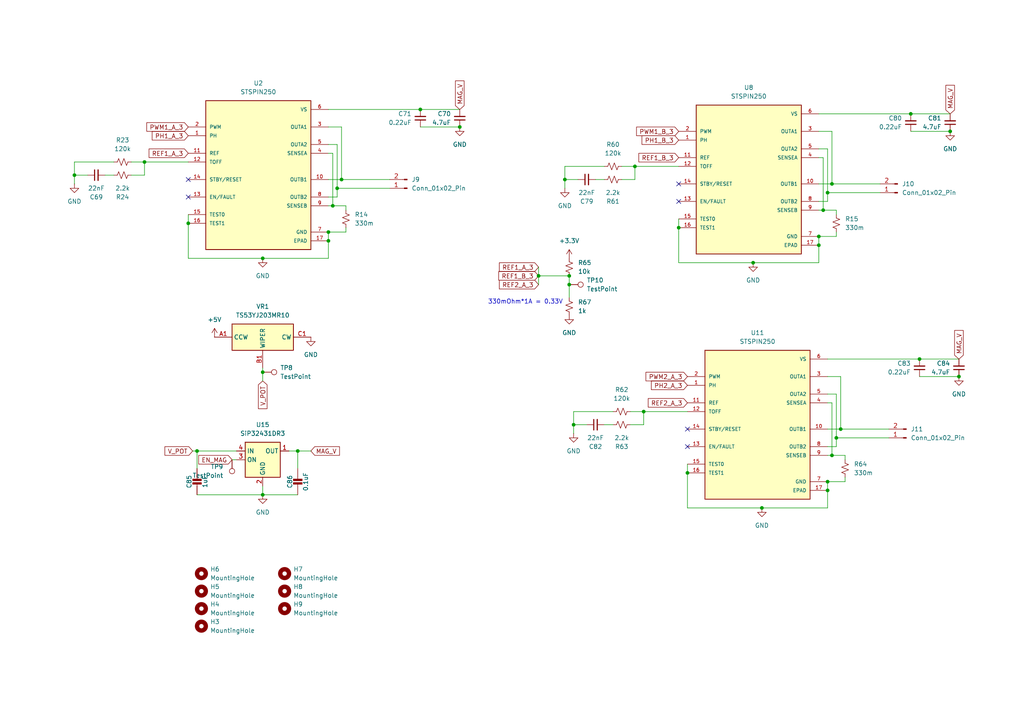
<source format=kicad_sch>
(kicad_sch (version 20250114) (generator "eeschema") (generator_version "9.0")
  (paper "A4")
  (title_block (title "Payload Board for Pleiades Atlas") (rev "v0.2") (company "Northeastern University") (comment 1 "Designed by Madhav Kapa"))
  (lib_symbols
    (symbol "Adafruit ItsyBitsy RP2040-eagle-import:CAP_CERAMIC_0402NO"
      (property "Reference" "C" (at -2.29 1.25 90))
      (property "Value" "CAP_CERAMIC_0402NO" (at 2.3 1.25 90))
      (symbol "CAP_CERAMIC_0402NO_1_0"
        (rectangle (start -1.27 1.524) (end 1.27 2.032) (fill (type outline)))
        (rectangle (start -1.27 0.508) (end 1.27 1.016) (fill (type outline)))
        (polyline (pts (xy 0 2.54) (xy 0 1.778)) (stroke (width 0.1524)))
        (polyline (pts (xy 0 0.762) (xy 0 0)) (stroke (width 0.1524)))
        (pin passive line (at 0 5.08 270) (length 2.54) (name "1") (number "1"))
        (pin passive line (at 0 -2.54 90) (length 2.54) (name "2") (number "2"))
      )
    )
    (symbol "Connector:Conn_01x02_Pin" (pin_names (offset 1.016) (hide yes))
      (property "Reference" "J" (at 0 2.54 0))
      (property "Value" "Conn_01x02_Pin" (at 0 -5.08 0))
      (symbol "Conn_01x02_Pin_1_1"
        (rectangle (start 0.8636 0.127) (end 0 -0.127) (stroke (width 0.1524)) (fill (type outline)))
        (rectangle (start 0.8636 -2.413) (end 0 -2.667) (stroke (width 0.1524)) (fill (type outline)))
        (polyline (pts (xy 1.27 0) (xy 0.8636 0)) (stroke (width 0.1524)))
        (polyline (pts (xy 1.27 -2.54) (xy 0.8636 -2.54)) (stroke (width 0.1524)))
        (pin passive line (at 5.08 0 180) (length 3.81) (name "Pin_1") (number "1"))
        (pin passive line (at 5.08 -2.54 180) (length 3.81) (name "Pin_2") (number "2"))
      )
    )
    (symbol "Connector:TestPoint" (pin_numbers (hide yes)) (pin_names (offset 0.762) (hide yes))
      (property "Reference" "TP" (at 0 6.858 0))
      (property "Value" "TestPoint" (at 0 5.08 0))
      (symbol "TestPoint_0_1"
        (circle (center 0 3.302) (radius 0.762))
      )
      (symbol "TestPoint_1_1"
        (pin passive line (at 0 0 90) (length 2.54) (name "1") (number "1"))
      )
    )
    (symbol "Device:C_Small" (pin_numbers (hide yes)) (pin_names (offset 0.254) (hide yes))
      (property "Reference" "C" (at 0.254 1.778 0))
      (property "Value" "C_Small" (at 0.254 -2.032 0))
      (symbol "C_Small_0_1"
        (polyline (pts (xy -1.524 0.508) (xy 1.524 0.508)) (stroke (width 0.3048)))
        (polyline (pts (xy -1.524 -0.508) (xy 1.524 -0.508)) (stroke (width 0.3302)))
      )
      (symbol "C_Small_1_1"
        (pin passive line (at 0 2.54 270) (length 2.032) (name "~") (number "1"))
        (pin passive line (at 0 -2.54 90) (length 2.032) (name "~") (number "2"))
      )
    )
    (symbol "Device:R_Small_US" (pin_numbers (hide yes)) (pin_names (offset 0.254) (hide yes))
      (property "Reference" "R" (at 0.762 0.508 0))
      (property "Value" "R_Small_US" (at 0.762 -1.016 0))
      (symbol "R_Small_US_1_1"
        (polyline (pts (xy 0 1.524) (xy 1.016 1.143) (xy 0 0.762) (xy -1.016 0.381) (xy 0 0)))
        (polyline (pts (xy 0 0) (xy 1.016 -0.381) (xy 0 -0.762) (xy -1.016 -1.143) (xy 0 -1.524)))
        (pin passive line (at 0 2.54 270) (length 1.016) (name "~") (number "1"))
        (pin passive line (at 0 -2.54 90) (length 1.016) (name "~") (number "2"))
      )
    )
    (symbol "Mechanical:MountingHole" (pin_names (offset 1.016)) (exclude_from_sim yes) (in_bom no)
      (property "Reference" "H" (at 0 5.08 0))
      (property "Value" "MountingHole" (at 0 3.175 0))
      (symbol "MountingHole_0_1"
        (circle (center 0 0) (radius 1.27) (stroke (width 1.27)))
      )
    )
    (symbol "Power_Management:SiP32431DR3"
      (property "Reference" "U" (at 0 8.89 0))
      (property "Value" "SiP32431DR3" (at 0 6.35 0))
      (symbol "SiP32431DR3_0_1"
        (rectangle (start -5.08 5.08) (end 5.08 -5.08) (stroke (width 0.254)) (fill (type background)))
      )
      (symbol "SiP32431DR3_1_1"
        (pin passive line (at -7.62 2.54 0) (length 2.54) (name "IN") (number "4"))
        (pin input line (at -7.62 0 0) (length 2.54) (name "ON") (number "3"))
        (pin power_in line (at 0 -7.62 90) (length 2.54) (name "GND") (number "2"))
        (pin passive line (at 0 -7.62 90) (length 2.54) (hide yes) (name "GND") (number "5"))
        (pin no_connect line (at 5.08 0 180) (length 2.54) (hide yes) (name "NC") (number "6"))
        (pin passive line (at 7.62 2.54 180) (length 2.54) (name "OUT") (number "1"))
      )
    )
    (symbol "STSPIN250:STSPIN250" (pin_names (offset 1.016))
      (property "Reference" "U" (at -15.24 21.59 0))
      (property "Value" "STSPIN250" (at -15.24 -25.4 0))
      (symbol "STSPIN250_0_0"
        (rectangle (start -15.24 -22.86) (end 15.24 20.32) (stroke (width 0.254)) (fill (type background)))
        (pin input line (at -20.32 12.7 0) (length 5.08) (name "PWM") (number "2"))
        (pin input line (at -20.32 10.16 0) (length 5.08) (name "PH") (number "1"))
        (pin input line (at -20.32 5.08 0) (length 5.08) (name "REF") (number "11"))
        (pin input line (at -20.32 2.54 0) (length 5.08) (name "TOFF") (number "12"))
        (pin input line (at -20.32 -2.54 0) (length 5.08) (name "STBY/RESET") (number "14"))
        (pin bidirectional line (at -20.32 -7.62 0) (length 5.08) (name "EN/FAULT") (number "13"))
        (pin passive line (at -20.32 -12.7 0) (length 5.08) (name "TEST0") (number "15"))
        (pin passive line (at -20.32 -15.24 0) (length 5.08) (name "TEST1") (number "16"))
        (pin power_in line (at 20.32 17.78 180) (length 5.08) (name "VS") (number "6"))
        (pin output line (at 20.32 12.7 180) (length 5.08) (name "OUTA1") (number "3"))
        (pin output line (at 20.32 7.62 180) (length 5.08) (name "OUTA2") (number "5"))
        (pin output line (at 20.32 5.08 180) (length 5.08) (name "SENSEA") (number "4"))
        (pin output line (at 20.32 -2.54 180) (length 5.08) (name "OUTB1") (number "10"))
        (pin output line (at 20.32 -7.62 180) (length 5.08) (name "OUTB2") (number "8"))
        (pin output line (at 20.32 -10.16 180) (length 5.08) (name "SENSEB") (number "9"))
        (pin power_in line (at 20.32 -17.78 180) (length 5.08) (name "GND") (number "7"))
        (pin power_in line (at 20.32 -20.32 180) (length 5.08) (name "EPAD") (number "17"))
      )
    )
    (symbol "TS53YJ203MR10:TS53YJ203MR10"
      (property "Reference" "VR1" (at 13.97 7.62 0))
      (property "Value" "TS53YJ203MR10" (at 13.97 5.08 0))
      (symbol "TS53YJ203MR10_1_1"
        (rectangle (start 5.08 2.54) (end 22.86 -5.08) (stroke (width 0.254)) (fill (type background)))
        (pin passive line (at 0 -1.27 0) (length 5.08) (name "CCW") (number "A1"))
        (pin passive line (at 13.97 -10.16 90) (length 5.08) (name "WIPER") (number "B1"))
        (pin passive line (at 27.94 -1.27 180) (length 5.08) (name "CW") (number "C1"))
      )
    )
    (symbol "power:+3.3V" (power) (pin_numbers (hide yes)) (pin_names (offset 0) (hide yes))
      (property "Value" "+3.3V" (at 0 3.556 0))
      (symbol "+3.3V_0_1"
        (polyline (pts (xy -0.762 1.27) (xy 0 2.54)))
        (polyline (pts (xy 0 2.54) (xy 0.762 1.27)))
        (polyline (pts (xy 0 0) (xy 0 2.54)))
      )
      (symbol "+3.3V_1_1"
        (pin power_in line (at 0 0 90) (length 0) (name "~") (number "1"))
      )
    )
    (symbol "power:+5V" (power) (pin_numbers (hide yes)) (pin_names (offset 0) (hide yes))
      (property "Value" "+5V" (at 0 3.556 0))
      (symbol "+5V_0_1"
        (polyline (pts (xy -0.762 1.27) (xy 0 2.54)))
        (polyline (pts (xy 0 2.54) (xy 0.762 1.27)))
        (polyline (pts (xy 0 0) (xy 0 2.54)))
      )
      (symbol "+5V_1_1"
        (pin power_in line (at 0 0 90) (length 0) (name "~") (number "1"))
      )
    )
    (symbol "power:GND" (power) (pin_numbers (hide yes)) (pin_names (offset 0) (hide yes))
      (property "Value" "GND" (at 0 -3.81 0))
      (symbol "GND_0_1"
        (polyline (pts (xy 0 0) (xy 0 -1.27) (xy 1.27 -1.27) (xy 0 -2.54) (xy -1.27 -1.27) (xy 0 -1.27)))
      )
      (symbol "GND_1_1"
        (pin power_in line (at 0 0 270) (length 0) (name "~") (number "1"))
      )
    )
  )
  (text "330mOhm*1A = 0.33V\n" (at 152.4 87.63 0) (effects (font (size 1.27 1.27))))
  (junction (at 165.1 80.01))
  (junction (at 57.15 130.81))
  (junction (at 86.36 130.81))
  (junction (at 156.21 80.01))
  (junction (at 76.2 74.93))
  (junction (at 278.13 109.22))
  (junction (at 237.49 68.58))
  (junction (at 186.69 119.38))
  (junction (at 121.92 31.75))
  (junction (at 95.25 69.85))
  (junction (at 184.15 48.26))
  (junction (at 96.52 59.69))
  (junction (at 196.85 66.04))
  (junction (at 237.49 71.12))
  (junction (at 275.59 38.1))
  (junction (at 241.3 132.08))
  (junction (at 241.3 53.34))
  (junction (at 76.2 107.95))
  (junction (at 243.84 124.46))
  (junction (at 242.57 127))
  (junction (at 238.76 60.96))
  (junction (at 163.83 52.07))
  (junction (at 54.61 64.77))
  (junction (at 99.06 52.07))
  (junction (at 264.16 33.02))
  (junction (at 97.79 54.61))
  (junction (at 95.25 67.31))
  (junction (at 166.37 123.19))
  (junction (at 240.03 139.7))
  (junction (at 220.98 147.32))
  (junction (at 266.7 104.14))
  (junction (at 165.1 82.55))
  (junction (at 133.35 36.83))
  (junction (at 218.44 76.2))
  (junction (at 240.03 55.88))
  (junction (at 76.2 143.51))
  (junction (at 41.91 46.99))
  (junction (at 240.03 142.24))
  (junction (at 199.39 137.16))
  (junction (at 21.59 50.8))
  (no_connect (at 199.39 129.54))
  (no_connect (at 54.61 57.15))
  (no_connect (at 196.85 58.42))
  (no_connect (at 199.39 124.46))
  (no_connect (at 54.61 52.07))
  (no_connect (at 196.85 53.34))
  (wire (pts (xy 180.34 52.07) (xy 184.15 52.07)))
  (wire (pts (xy 163.83 52.07) (xy 167.64 52.07)))
  (wire (pts (xy 163.83 48.26) (xy 175.26 48.26)))
  (wire (pts (xy 237.49 60.96) (xy 238.76 60.96)))
  (wire (pts (xy 243.84 124.46) (xy 257.81 124.46)))
  (wire (pts (xy 99.06 36.83) (xy 95.25 36.83)))
  (wire (pts (xy 241.3 53.34) (xy 255.27 53.34)))
  (wire (pts (xy 172.72 52.07) (xy 175.26 52.07)))
  (wire (pts (xy 184.15 52.07) (xy 184.15 48.26)))
  (wire (pts (xy 99.06 52.07) (xy 113.03 52.07)))
  (wire (pts (xy 95.25 41.91) (xy 97.79 41.91)))
  (wire (pts (xy 166.37 125.73) (xy 166.37 123.19)))
  (wire (pts (xy 166.37 119.38) (xy 177.8 119.38)))
  (wire (pts (xy 199.39 147.32) (xy 220.98 147.32)))
  (wire (pts (xy 95.25 74.93) (xy 95.25 69.85)))
  (wire (pts (xy 242.57 68.58) (xy 237.49 68.58)))
  (wire (pts (xy 55.88 130.81) (xy 57.15 130.81)))
  (wire (pts (xy 175.26 123.19) (xy 177.8 123.19)))
  (wire (pts (xy 133.35 36.83) (xy 121.92 36.83)))
  (wire (pts (xy 76.2 107.95) (xy 76.2 106.68)))
  (wire (pts (xy 21.59 46.99) (xy 33.02 46.99)))
  (wire (pts (xy 97.79 57.15) (xy 95.25 57.15)))
  (wire (pts (xy 156.21 77.47) (xy 156.21 80.01)))
  (wire (pts (xy 54.61 74.93) (xy 76.2 74.93)))
  (wire (pts (xy 100.33 59.69) (xy 100.33 60.96)))
  (wire (pts (xy 240.03 132.08) (xy 241.3 132.08)))
  (wire (pts (xy 237.49 76.2) (xy 237.49 71.12)))
  (wire (pts (xy 99.06 52.07) (xy 99.06 36.83)))
  (wire (pts (xy 76.2 110.49) (xy 76.2 107.95)))
  (wire (pts (xy 97.79 54.61) (xy 113.03 54.61)))
  (wire (pts (xy 243.84 109.22) (xy 240.03 109.22)))
  (wire (pts (xy 241.3 116.84) (xy 240.03 116.84)))
  (wire (pts (xy 240.03 55.88) (xy 255.27 55.88)))
  (wire (pts (xy 242.57 114.3) (xy 242.57 127)))
  (wire (pts (xy 67.31 133.35) (xy 68.58 133.35)))
  (wire (pts (xy 237.49 33.02) (xy 264.16 33.02)))
  (wire (pts (xy 196.85 66.04) (xy 196.85 76.2)))
  (wire (pts (xy 41.91 50.8) (xy 41.91 46.99)))
  (wire (pts (xy 184.15 48.26) (xy 196.85 48.26)))
  (wire (pts (xy 86.36 130.81) (xy 83.82 130.81)))
  (wire (pts (xy 240.03 104.14) (xy 266.7 104.14)))
  (wire (pts (xy 163.83 48.26) (xy 163.83 52.07)))
  (wire (pts (xy 241.3 132.08) (xy 241.3 116.84)))
  (wire (pts (xy 30.48 50.8) (xy 33.02 50.8)))
  (wire (pts (xy 100.33 59.69) (xy 96.52 59.69)))
  (wire (pts (xy 240.03 124.46) (xy 243.84 124.46)))
  (wire (pts (xy 97.79 54.61) (xy 97.79 57.15)))
  (wire (pts (xy 245.11 132.08) (xy 245.11 133.35)))
  (wire (pts (xy 240.03 147.32) (xy 240.03 142.24)))
  (wire (pts (xy 96.52 44.45) (xy 95.25 44.45)))
  (wire (pts (xy 241.3 53.34) (xy 241.3 38.1)))
  (wire (pts (xy 243.84 124.46) (xy 243.84 109.22)))
  (wire (pts (xy 57.15 143.51) (xy 76.2 143.51)))
  (wire (pts (xy 76.2 143.51) (xy 76.2 140.97)))
  (wire (pts (xy 156.21 80.01) (xy 156.21 82.55)))
  (wire (pts (xy 245.11 139.7) (xy 240.03 139.7)))
  (wire (pts (xy 86.36 135.89) (xy 86.36 130.81)))
  (wire (pts (xy 237.49 43.18) (xy 240.03 43.18)))
  (wire (pts (xy 278.13 109.22) (xy 266.7 109.22)))
  (wire (pts (xy 242.57 127) (xy 242.57 129.54)))
  (wire (pts (xy 196.85 63.5) (xy 196.85 66.04)))
  (wire (pts (xy 196.85 76.2) (xy 218.44 76.2)))
  (wire (pts (xy 182.88 119.38) (xy 186.69 119.38)))
  (wire (pts (xy 54.61 64.77) (xy 54.61 74.93)))
  (wire (pts (xy 199.39 134.62) (xy 199.39 137.16)))
  (wire (pts (xy 238.76 60.96) (xy 238.76 45.72)))
  (wire (pts (xy 218.44 76.2) (xy 237.49 76.2)))
  (wire (pts (xy 240.03 58.42) (xy 237.49 58.42)))
  (wire (pts (xy 242.57 60.96) (xy 238.76 60.96)))
  (wire (pts (xy 245.11 132.08) (xy 241.3 132.08)))
  (wire (pts (xy 182.88 123.19) (xy 186.69 123.19)))
  (wire (pts (xy 240.03 55.88) (xy 240.03 58.42)))
  (wire (pts (xy 21.59 50.8) (xy 25.4 50.8)))
  (wire (pts (xy 275.59 38.1) (xy 264.16 38.1)))
  (wire (pts (xy 21.59 46.99) (xy 21.59 50.8)))
  (wire (pts (xy 163.83 54.61) (xy 163.83 52.07)))
  (wire (pts (xy 133.35 31.75) (xy 121.92 31.75)))
  (wire (pts (xy 186.69 123.19) (xy 186.69 119.38)))
  (wire (pts (xy 76.2 143.51) (xy 86.36 143.51)))
  (wire (pts (xy 57.15 130.81) (xy 68.58 130.81)))
  (wire (pts (xy 237.49 71.12) (xy 237.49 68.58)))
  (wire (pts (xy 21.59 53.34) (xy 21.59 50.8)))
  (wire (pts (xy 95.25 31.75) (xy 121.92 31.75)))
  (wire (pts (xy 180.34 48.26) (xy 184.15 48.26)))
  (wire (pts (xy 166.37 119.38) (xy 166.37 123.19)))
  (wire (pts (xy 100.33 67.31) (xy 95.25 67.31)))
  (wire (pts (xy 54.61 62.23) (xy 54.61 64.77)))
  (wire (pts (xy 199.39 137.16) (xy 199.39 147.32)))
  (wire (pts (xy 238.76 45.72) (xy 237.49 45.72)))
  (wire (pts (xy 38.1 46.99) (xy 41.91 46.99)))
  (wire (pts (xy 186.69 119.38) (xy 199.39 119.38)))
  (wire (pts (xy 95.25 52.07) (xy 99.06 52.07)))
  (wire (pts (xy 100.33 66.04) (xy 100.33 67.31)))
  (wire (pts (xy 97.79 41.91) (xy 97.79 54.61)))
  (wire (pts (xy 95.25 69.85) (xy 95.25 67.31)))
  (wire (pts (xy 57.15 135.89) (xy 57.15 130.81)))
  (wire (pts (xy 242.57 129.54) (xy 240.03 129.54)))
  (wire (pts (xy 90.17 130.81) (xy 86.36 130.81)))
  (wire (pts (xy 275.59 33.02) (xy 264.16 33.02)))
  (wire (pts (xy 278.13 104.14) (xy 266.7 104.14)))
  (wire (pts (xy 240.03 142.24) (xy 240.03 139.7)))
  (wire (pts (xy 242.57 127) (xy 257.81 127)))
  (wire (pts (xy 166.37 123.19) (xy 170.18 123.19)))
  (wire (pts (xy 41.91 46.99) (xy 54.61 46.99)))
  (wire (pts (xy 240.03 114.3) (xy 242.57 114.3)))
  (wire (pts (xy 237.49 53.34) (xy 241.3 53.34)))
  (wire (pts (xy 220.98 147.32) (xy 240.03 147.32)))
  (wire (pts (xy 156.21 80.01) (xy 165.1 80.01)))
  (wire (pts (xy 38.1 50.8) (xy 41.91 50.8)))
  (wire (pts (xy 241.3 38.1) (xy 237.49 38.1)))
  (wire (pts (xy 96.52 59.69) (xy 96.52 44.45)))
  (wire (pts (xy 76.2 74.93) (xy 95.25 74.93)))
  (wire (pts (xy 242.57 60.96) (xy 242.57 62.23)))
  (wire (pts (xy 165.1 86.36) (xy 165.1 82.55)))
  (wire (pts (xy 242.57 67.31) (xy 242.57 68.58)))
  (wire (pts (xy 240.03 43.18) (xy 240.03 55.88)))
  (wire (pts (xy 95.25 59.69) (xy 96.52 59.69)))
  (wire (pts (xy 245.11 138.43) (xy 245.11 139.7)))
  (wire (pts (xy 165.1 82.55) (xy 165.1 80.01)))
  (global_label "MAG_V" (shape input) (at 278.13 104.14 90) (property "Intersheetrefs" "${INTERSHEET_REFS}" (effects (hide yes))))
  (global_label "PWM2_A_3" (shape input) (at 199.39 109.22 180) (property "Intersheetrefs" "${INTERSHEET_REFS}" (effects (hide yes))))
  (global_label "PH2_A_3" (shape input) (at 199.39 111.76 180) (property "Intersheetrefs" "${INTERSHEET_REFS}" (effects (hide yes))))
  (global_label "MAG_V" (shape input) (at 90.17 130.81 0) (property "Intersheetrefs" "${INTERSHEET_REFS}" (effects (hide yes))))
  (global_label "MAG_V" (shape input) (at 275.59 33.02 90) (property "Intersheetrefs" "${INTERSHEET_REFS}" (effects (hide yes))))
  (global_label "PH1_B_3" (shape input) (at 196.85 40.64 180) (property "Intersheetrefs" "${INTERSHEET_REFS}" (effects (hide yes))))
  (global_label "V_POT" (shape input) (at 55.88 130.81 180) (property "Intersheetrefs" "${INTERSHEET_REFS}" (effects (hide yes))))
  (global_label "REF1_A_3" (shape input) (at 156.21 77.47 180) (property "Intersheetrefs" "${INTERSHEET_REFS}" (effects (hide yes))))
  (global_label "MAG_V" (shape input) (at 133.35 31.75 90) (property "Intersheetrefs" "${INTERSHEET_REFS}" (effects (hide yes))))
  (global_label "REF2_A_3" (shape input) (at 156.21 82.55 180) (property "Intersheetrefs" "${INTERSHEET_REFS}" (effects (hide yes))))
  (global_label "EN_MAG" (shape input) (at 67.31 133.35 180) (property "Intersheetrefs" "${INTERSHEET_REFS}" (effects (hide yes))))
  (global_label "REF1_A_3" (shape input) (at 54.61 44.45 180) (property "Intersheetrefs" "${INTERSHEET_REFS}" (effects (hide yes))))
  (global_label "REF1_B_3" (shape input) (at 196.85 45.72 180) (property "Intersheetrefs" "${INTERSHEET_REFS}" (effects (hide yes))))
  (global_label "V_POT" (shape input) (at 76.2 110.49 270) (property "Intersheetrefs" "${INTERSHEET_REFS}" (effects (hide yes))))
  (global_label "REF1_B_3" (shape input) (at 156.21 80.01 180) (property "Intersheetrefs" "${INTERSHEET_REFS}" (effects (hide yes))))
  (global_label "REF2_A_3" (shape input) (at 199.39 116.84 180) (property "Intersheetrefs" "${INTERSHEET_REFS}" (effects (hide yes))))
  (global_label "PWM1_B_3" (shape input) (at 196.85 38.1 180) (property "Intersheetrefs" "${INTERSHEET_REFS}" (effects (hide yes))))
  (global_label "PH1_A_3" (shape input) (at 54.61 39.37 180) (property "Intersheetrefs" "${INTERSHEET_REFS}" (effects (hide yes))))
  (global_label "PWM1_A_3" (shape input) (at 54.61 36.83 180) (property "Intersheetrefs" "${INTERSHEET_REFS}" (effects (hide yes))))
  (symbol (lib_id "power:GND") (at 275.59 38.1 0) (mirror y) (unit 1)
    (property "Reference" "#PWR0123" (effects (hide yes)))
    (property "Value" "GND" (at 275.59 43.18 0))
    (property "Description" "Power symbol creates a global label with name \"GND\" , ground" (effects (hide yes)))
  )
  (symbol (lib_id "power:GND") (at 166.37 125.73 0) (unit 1)
    (property "Reference" "#PWR0124" (effects (hide yes)))
    (property "Value" "GND" (at 166.37 130.81 0))
    (property "Description" "Power symbol creates a global label with name \"GND\" , ground" (effects (hide yes)))
  )
  (symbol (lib_id "power:GND") (at 165.1 91.44 0) (unit 1)
    (property "Reference" "#PWR0136" (effects (hide yes)))
    (property "Value" "GND" (at 165.1 96.52 0))
    (property "Description" "Power symbol creates a global label with name \"GND\" , ground" (effects (hide yes)))
  )
  (symbol (lib_id "Device:R_Small_US") (at 245.11 135.89 0) (unit 1)
    (property "Reference" "R64" (at 247.65 134.6199 0) (effects (justify left)))
    (property "Value" "330m" (at 247.65 137.1599 0) (effects (justify left)))
    (property "Footprint" "Resistor_SMD:R_0402_1005Metric" (effects (hide yes)))
    (property "Description" "Resistor, small US symbol" (effects (hide yes)))
  )
  (symbol (lib_id "power:GND") (at 76.2 143.51 0) (unit 1)
    (property "Reference" "#PWR0129" (effects (hide yes)))
    (property "Value" "GND" (at 76.2 148.59 0))
    (property "Description" "Power symbol creates a global label with name \"GND\" , ground" (effects (hide yes)))
  )
  (symbol (lib_id "power:GND") (at 90.17 97.79 0) (unit 1)
    (property "Reference" "#PWR0128" (effects (hide yes)))
    (property "Value" "GND" (at 90.17 102.87 0))
    (property "Description" "Power symbol creates a global label with name \"GND\" , ground" (effects (hide yes)))
  )
  (symbol (lib_id "Device:R_Small_US") (at 165.1 77.47 180) (unit 1)
    (property "Reference" "R65" (at 167.64 76.1999 0) (effects (justify right)))
    (property "Value" "10k" (at 167.64 78.7399 0) (effects (justify right)))
    (property "Footprint" "Resistor_SMD:R_0402_1005Metric" (effects (hide yes)))
    (property "Description" "Resistor, small US symbol" (effects (hide yes)))
  )
  (symbol (lib_id "Mechanical:MountingHole") (at 82.55 176.53 0) (unit 1)
    (property "Reference" "H9" (at 85.09 175.2599 0) (effects (justify left)))
    (property "Value" "MountingHole" (at 85.09 177.7999 0) (effects (justify left)))
    (property "Footprint" "MountingHole:MountingHole_2.5mm_Pad" (effects (hide yes)))
    (property "Description" "Mounting Hole without connection" (effects (hide yes)))
  )
  (symbol (lib_id "Mechanical:MountingHole") (at 82.55 166.37 0) (unit 1)
    (property "Reference" "H7" (at 85.09 165.0999 0) (effects (justify left)))
    (property "Value" "MountingHole" (at 85.09 167.6399 0) (effects (justify left)))
    (property "Footprint" "MountingHole:MountingHole_2.5mm_Pad" (effects (hide yes)))
    (property "Description" "Mounting Hole without connection" (effects (hide yes)))
  )
  (symbol (lib_id "Device:C_Small") (at 133.35 34.29 0) (mirror x) (unit 1)
    (property "Reference" "C70" (at 130.81 33.0135 0) (effects (justify right)))
    (property "Value" "4.7uF" (at 130.81 35.5535 0) (effects (justify right)))
    (property "Footprint" "Capacitor_SMD:C_0201_0603Metric" (effects (hide yes)))
    (property "Description" "Unpolarized capacitor, small symbol" (effects (hide yes)))
  )
  (symbol (lib_id "Device:R_Small_US") (at 242.57 64.77 0) (unit 1)
    (property "Reference" "R15" (at 245.11 63.4999 0) (effects (justify left)))
    (property "Value" "330m" (at 245.11 66.0399 0) (effects (justify left)))
    (property "Footprint" "Resistor_SMD:R_0402_1005Metric" (effects (hide yes)))
    (property "Description" "Resistor, small US symbol" (effects (hide yes)))
  )
  (symbol (lib_id "Device:R_Small_US") (at 35.56 46.99 90) (unit 1)
    (property "Reference" "R23" (at 35.56 40.64 90))
    (property "Value" "120k" (at 35.56 43.18 90))
    (property "Footprint" "Resistor_SMD:R_0402_1005Metric" (effects (hide yes)))
    (property "Description" "Resistor, small US symbol" (effects (hide yes)))
  )
  (symbol (lib_id "Power_Management:SiP32431DR3") (at 76.2 133.35 0) (unit 1)
    (property "Reference" "U15" (at 76.2 123.19 0))
    (property "Value" "SiP32431DR3" (at 76.2 125.73 0))
    (property "Footprint" "Package_TO_SOT_SMD:SOT-363_SC-70-6" (effects (hide yes)))
    (property "Datasheet" "http://www.vishay.com.hk/docs/66597/sip32431.pdf" (effects (hide yes)))
    (property "Description" "10 pA, Ultra Low Leakage and Quiescent Current, Load Switch with Reverse Blocking, High Enable, SC-70-6" (effects (hide yes)))
  )
  (symbol (lib_id "Adafruit ItsyBitsy RP2040-eagle-import:CAP_CERAMIC_0402NO") (at 57.15 140.97 0) (unit 1)
    (property "Reference" "C85" (at 54.86 139.72 90))
    (property "Value" "1uF" (at 59.45 139.72 90))
    (property "Footprint" "Capacitor_SMD:C_0402_1005Metric" (effects (hide yes)))
  )
  (symbol (lib_id "STSPIN250:STSPIN250") (at 219.71 121.92 0) (unit 1)
    (property "Reference" "U11" (at 219.71 96.52 0))
    (property "Value" "STSPIN250" (at 219.71 99.06 0))
    (property "Footprint" "footprints:QFN50P300X300X100-17N" (effects (hide yes)))
    (property "PARTREV" "2" (effects (hide yes)))
    (property "STANDARD" "IPC-7351B" (effects (hide yes)))
    (property "SNAPEDA_PN" "STSPIN250" (effects (hide yes)))
    (property "MAXIMUM_PACKAGE_HEIGHT" "1.0 mm" (effects (hide yes)))
    (property "MANUFACTURER" "STMicroelectronics" (effects (hide yes)))
  )
  (symbol (lib_id "Device:R_Small_US") (at 100.33 63.5 0) (unit 1)
    (property "Reference" "R14" (at 102.87 62.2299 0) (effects (justify left)))
    (property "Value" "330m" (at 102.87 64.7699 0) (effects (justify left)))
    (property "Footprint" "Resistor_SMD:R_0402_1005Metric" (effects (hide yes)))
    (property "Description" "Resistor, small US symbol" (effects (hide yes)))
  )
  (symbol (lib_id "power:GND") (at 218.44 76.2 0) (unit 1)
    (property "Reference" "#PWR0122" (effects (hide yes)))
    (property "Value" "GND" (at 218.44 81.28 0))
    (property "Description" "Power symbol creates a global label with name \"GND\" , ground" (effects (hide yes)))
  )
  (symbol (lib_id "Connector:Conn_01x02_Pin") (at 262.89 127 180) (unit 1)
    (property "Reference" "J11" (at 264.16 124.4599 0) (effects (justify right)))
    (property "Value" "Conn_01x02_Pin" (at 264.16 126.9999 0) (effects (justify right)))
    (property "Footprint" "Connector_JST:JST_SH_BM02B-SRSS-TB_1x02-1MP_P1.00mm_Vertical" (effects (hide yes)))
    (property "Description" "Generic connector, single row, 01x02, script generated" (effects (hide yes)))
  )
  (symbol (lib_id "Connector:TestPoint") (at 67.31 133.35 0) (mirror x) (unit 1)
    (property "Reference" "TP9" (at 64.77 135.3819 0) (effects (justify right)))
    (property "Value" "TestPoint" (at 64.77 137.9219 0) (effects (justify right)))
    (property "Footprint" "TestPoint:TestPoint_Pad_D1.5mm" (effects (hide yes)))
    (property "Description" "test point" (effects (hide yes)))
  )
  (symbol (lib_id "power:GND") (at 133.35 36.83 0) (mirror y) (unit 1)
    (property "Reference" "#PWR0100" (effects (hide yes)))
    (property "Value" "GND" (at 133.35 41.91 0))
    (property "Description" "Power symbol creates a global label with name \"GND\" , ground" (effects (hide yes)))
  )
  (symbol (lib_id "Device:R_Small_US") (at 180.34 123.19 270) (unit 1)
    (property "Reference" "R63" (at 180.34 129.54 90))
    (property "Value" "2.2k" (at 180.34 127 90))
    (property "Footprint" "Resistor_SMD:R_0402_1005Metric" (effects (hide yes)))
    (property "Description" "Resistor, small US symbol" (effects (hide yes)))
  )
  (symbol (lib_id "Mechanical:MountingHole") (at 58.42 176.53 0) (unit 1)
    (property "Reference" "H4" (at 60.96 175.2599 0) (effects (justify left)))
    (property "Value" "MountingHole" (at 60.96 177.7999 0) (effects (justify left)))
    (property "Footprint" "MountingHole:MountingHole_2.5mm_Pad" (effects (hide yes)))
    (property "Description" "Mounting Hole without connection" (effects (hide yes)))
  )
  (symbol (lib_id "Mechanical:MountingHole") (at 58.42 171.45 0) (unit 1)
    (property "Reference" "H5" (at 60.96 170.1799 0) (effects (justify left)))
    (property "Value" "MountingHole" (at 60.96 172.7199 0) (effects (justify left)))
    (property "Footprint" "MountingHole:MountingHole_2.5mm_Pad" (effects (hide yes)))
    (property "Description" "Mounting Hole without connection" (effects (hide yes)))
  )
  (symbol (lib_id "Connector:TestPoint") (at 76.2 107.95 270) (unit 1)
    (property "Reference" "TP8" (at 81.28 106.6799 90) (effects (justify left)))
    (property "Value" "TestPoint" (at 81.28 109.2199 90) (effects (justify left)))
    (property "Footprint" "TestPoint:TestPoint_Pad_D1.5mm" (effects (hide yes)))
    (property "Description" "test point" (effects (hide yes)))
  )
  (symbol (lib_id "STSPIN250:STSPIN250") (at 74.93 49.53 0) (unit 1)
    (property "Reference" "U2" (at 74.93 24.13 0))
    (property "Value" "STSPIN250" (at 74.93 26.67 0))
    (property "Footprint" "footprints:QFN50P300X300X100-17N" (effects (hide yes)))
    (property "PARTREV" "2" (effects (hide yes)))
    (property "STANDARD" "IPC-7351B" (effects (hide yes)))
    (property "SNAPEDA_PN" "STSPIN250" (effects (hide yes)))
    (property "MAXIMUM_PACKAGE_HEIGHT" "1.0 mm" (effects (hide yes)))
    (property "MANUFACTURER" "STMicroelectronics" (effects (hide yes)))
  )
  (symbol (lib_id "Device:C_Small") (at 275.59 35.56 0) (mirror x) (unit 1)
    (property "Reference" "C81" (at 273.05 34.2835 0) (effects (justify right)))
    (property "Value" "4.7uF" (at 273.05 36.8235 0) (effects (justify right)))
    (property "Footprint" "Capacitor_SMD:C_0201_0603Metric" (effects (hide yes)))
    (property "Description" "Unpolarized capacitor, small symbol" (effects (hide yes)))
  )
  (symbol (lib_id "power:GND") (at 278.13 109.22 0) (mirror y) (unit 1)
    (property "Reference" "#PWR0126" (effects (hide yes)))
    (property "Value" "GND" (at 278.13 114.3 0))
    (property "Description" "Power symbol creates a global label with name \"GND\" , ground" (effects (hide yes)))
  )
  (symbol (lib_id "Device:C_Small") (at 170.18 52.07 90) (mirror x) (unit 1)
    (property "Reference" "C79" (at 170.1863 58.42 90))
    (property "Value" "22nF" (at 170.1863 55.88 90))
    (property "Footprint" "Capacitor_SMD:C_0201_0603Metric" (effects (hide yes)))
    (property "Description" "Unpolarized capacitor, small symbol" (effects (hide yes)))
  )
  (symbol (lib_id "STSPIN250:STSPIN250") (at 217.17 50.8 0) (unit 1)
    (property "Reference" "U8" (at 217.17 25.4 0))
    (property "Value" "STSPIN250" (at 217.17 27.94 0))
    (property "Footprint" "footprints:QFN50P300X300X100-17N" (effects (hide yes)))
    (property "PARTREV" "2" (effects (hide yes)))
    (property "STANDARD" "IPC-7351B" (effects (hide yes)))
    (property "SNAPEDA_PN" "STSPIN250" (effects (hide yes)))
    (property "MAXIMUM_PACKAGE_HEIGHT" "1.0 mm" (effects (hide yes)))
    (property "MANUFACTURER" "STMicroelectronics" (effects (hide yes)))
  )
  (symbol (lib_id "Device:C_Small") (at 264.16 35.56 0) (mirror x) (unit 1)
    (property "Reference" "C80" (at 261.62 34.2835 0) (effects (justify right)))
    (property "Value" "0.22uF" (at 261.62 36.8235 0) (effects (justify right)))
    (property "Footprint" "Capacitor_SMD:C_0201_0603Metric" (effects (hide yes)))
    (property "Description" "Unpolarized capacitor, small symbol" (effects (hide yes)))
  )
  (symbol (lib_id "power:GND") (at 21.59 53.34 0) (unit 1)
    (property "Reference" "#PWR099" (effects (hide yes)))
    (property "Value" "GND" (at 21.59 58.42 0))
    (property "Description" "Power symbol creates a global label with name \"GND\" , ground" (effects (hide yes)))
  )
  (symbol (lib_id "Device:C_Small") (at 27.94 50.8 90) (mirror x) (unit 1)
    (property "Reference" "C69" (at 27.9463 57.15 90))
    (property "Value" "22nF" (at 27.9463 54.61 90))
    (property "Footprint" "Capacitor_SMD:C_0201_0603Metric" (effects (hide yes)))
    (property "Description" "Unpolarized capacitor, small symbol" (effects (hide yes)))
  )
  (symbol (lib_id "power:GND") (at 163.83 54.61 0) (unit 1)
    (property "Reference" "#PWR0121" (effects (hide yes)))
    (property "Value" "GND" (at 163.83 59.69 0))
    (property "Description" "Power symbol creates a global label with name \"GND\" , ground" (effects (hide yes)))
  )
  (symbol (lib_id "Mechanical:MountingHole") (at 58.42 166.37 0) (unit 1)
    (property "Reference" "H6" (at 60.96 165.0999 0) (effects (justify left)))
    (property "Value" "MountingHole" (at 60.96 167.6399 0) (effects (justify left)))
    (property "Footprint" "MountingHole:MountingHole_2.5mm_Pad" (effects (hide yes)))
    (property "Description" "Mounting Hole without connection" (effects (hide yes)))
  )
  (symbol (lib_id "Device:R_Small_US") (at 165.1 88.9 180) (unit 1)
    (property "Reference" "R67" (at 167.64 87.6299 0) (effects (justify right)))
    (property "Value" "1k" (at 167.64 90.1699 0) (effects (justify right)))
    (property "Footprint" "Resistor_SMD:R_0402_1005Metric" (effects (hide yes)))
    (property "Description" "Resistor, small US symbol" (effects (hide yes)))
  )
  (symbol (lib_id "Device:R_Small_US") (at 35.56 50.8 270) (unit 1)
    (property "Reference" "R24" (at 35.56 57.15 90))
    (property "Value" "2.2k" (at 35.56 54.61 90))
    (property "Footprint" "Resistor_SMD:R_0402_1005Metric" (effects (hide yes)))
    (property "Description" "Resistor, small US symbol" (effects (hide yes)))
  )
  (symbol (lib_id "Device:R_Small_US") (at 177.8 52.07 270) (unit 1)
    (property "Reference" "R61" (at 177.8 58.42 90))
    (property "Value" "2.2k" (at 177.8 55.88 90))
    (property "Footprint" "Resistor_SMD:R_0402_1005Metric" (effects (hide yes)))
    (property "Description" "Resistor, small US symbol" (effects (hide yes)))
  )
  (symbol (lib_id "Mechanical:MountingHole") (at 58.42 181.61 0) (unit 1)
    (property "Reference" "H3" (at 60.96 180.3399 0) (effects (justify left)))
    (property "Value" "MountingHole" (at 60.96 182.8799 0) (effects (justify left)))
    (property "Footprint" "MountingHole:MountingHole_2.5mm_Pad" (effects (hide yes)))
    (property "Description" "Mounting Hole without connection" (effects (hide yes)))
  )
  (symbol (lib_id "power:GND") (at 220.98 147.32 0) (unit 1)
    (property "Reference" "#PWR0125" (effects (hide yes)))
    (property "Value" "GND" (at 220.98 152.4 0))
    (property "Description" "Power symbol creates a global label with name \"GND\" , ground" (effects (hide yes)))
  )
  (symbol (lib_id "Connector:TestPoint") (at 165.1 82.55 270) (unit 1)
    (property "Reference" "TP10" (at 170.18 81.2799 90) (effects (justify left)))
    (property "Value" "TestPoint" (at 170.18 83.8199 90) (effects (justify left)))
    (property "Footprint" "TestPoint:TestPoint_Pad_D1.5mm" (effects (hide yes)))
    (property "Description" "test point" (effects (hide yes)))
  )
  (symbol (lib_id "Mechanical:MountingHole") (at 82.55 171.45 0) (unit 1)
    (property "Reference" "H8" (at 85.09 170.1799 0) (effects (justify left)))
    (property "Value" "MountingHole" (at 85.09 172.7199 0) (effects (justify left)))
    (property "Footprint" "MountingHole:MountingHole_2.5mm_Pad" (effects (hide yes)))
    (property "Description" "Mounting Hole without connection" (effects (hide yes)))
  )
  (symbol (lib_id "Connector:Conn_01x02_Pin") (at 260.35 55.88 180) (unit 1)
    (property "Reference" "J10" (at 261.62 53.3399 0) (effects (justify right)))
    (property "Value" "Conn_01x02_Pin" (at 261.62 55.8799 0) (effects (justify right)))
    (property "Footprint" "Connector_JST:JST_SH_BM02B-SRSS-TB_1x02-1MP_P1.00mm_Vertical" (effects (hide yes)))
    (property "Description" "Generic connector, single row, 01x02, script generated" (effects (hide yes)))
  )
  (symbol (lib_id "Device:R_Small_US") (at 180.34 119.38 90) (unit 1)
    (property "Reference" "R62" (at 180.34 113.03 90))
    (property "Value" "120k" (at 180.34 115.57 90))
    (property "Footprint" "Resistor_SMD:R_0402_1005Metric" (effects (hide yes)))
    (property "Description" "Resistor, small US symbol" (effects (hide yes)))
  )
  (symbol (lib_id "power:+3.3V") (at 165.1 74.93 0) (unit 1)
    (property "Reference" "#PWR017" (effects (hide yes)))
    (property "Value" "+3.3V" (at 165.1 69.85 0))
    (property "Description" "Power symbol creates a global label with name \"+3.3V\"" (effects (hide yes)))
  )
  (symbol (lib_id "Device:C_Small") (at 121.92 34.29 0) (mirror x) (unit 1)
    (property "Reference" "C71" (at 119.38 33.0135 0) (effects (justify right)))
    (property "Value" "0.22uF" (at 119.38 35.5535 0) (effects (justify right)))
    (property "Footprint" "Capacitor_SMD:C_0201_0603Metric" (effects (hide yes)))
    (property "Description" "Unpolarized capacitor, small symbol" (effects (hide yes)))
  )
  (symbol (lib_id "power:+5V") (at 62.23 97.79 0) (unit 1)
    (property "Reference" "#PWR0127" (effects (hide yes)))
    (property "Value" "+5V" (at 62.23 92.71 0))
    (property "Description" "Power symbol creates a global label with name \"+5V\"" (effects (hide yes)))
  )
  (symbol (lib_id "Device:C_Small") (at 266.7 106.68 0) (mirror x) (unit 1)
    (property "Reference" "C83" (at 264.16 105.4035 0) (effects (justify right)))
    (property "Value" "0.22uF" (at 264.16 107.9435 0) (effects (justify right)))
    (property "Footprint" "Capacitor_SMD:C_0201_0603Metric" (effects (hide yes)))
    (property "Description" "Unpolarized capacitor, small symbol" (effects (hide yes)))
  )
  (symbol (lib_id "Adafruit ItsyBitsy RP2040-eagle-import:CAP_CERAMIC_0402NO") (at 86.36 140.97 0) (unit 1)
    (property "Reference" "C86" (at 84.07 139.72 90))
    (property "Value" "0.1uF" (at 88.66 139.72 90))
    (property "Footprint" "Capacitor_SMD:C_0402_1005Metric" (effects (hide yes)))
  )
  (symbol (lib_id "power:GND") (at 76.2 74.93 0) (unit 1)
    (property "Reference" "#PWR098" (effects (hide yes)))
    (property "Value" "GND" (at 76.2 80.01 0))
    (property "Description" "Power symbol creates a global label with name \"GND\" , ground" (effects (hide yes)))
  )
  (symbol (lib_id "TS53YJ203MR10:TS53YJ203MR10") (at 62.23 96.52 0) (unit 1)
    (property "Reference" "VR1" (at 76.2 88.9 0))
    (property "Value" "TS53YJ203MR10" (at 76.2 91.44 0))
    (property "Footprint" "TS53YJ203MR10" (effects (hide yes)))
    (property "Datasheet" "https://datasheet.datasheetarchive.com/originals/distributors/Datasheets-DGA16/937045.pdf" (effects (hide yes)))
    (property "Description" "YJ SMT 1-turn cermet trimmer,20K 0.2W Vishay TS53YJ Series SMD Cermet Trimmer Resistor with J-Hook Terminations, 20k +/-20% 0.25W +/-100ppm/C Top Adjust" (effects (hide yes)))
    (property "Height" "2.95" (effects (hide yes)))
    (property "Mouser Part Number" "72-TS53YJ-20K" (effects (hide yes)))
    (property "Mouser Price/Stock" "https://www.mouser.co.uk/ProductDetail/Vishay-Sfernice/TS53YJ203MR10?qs=R4%2FAj8xQbdXkwLAltcvi0g%3D%3D" (effects (hide yes)))
    (property "Manufacturer_Name" "Vishay" (effects (hide yes)))
    (property "Manufacturer_Part_Number" "TS53YJ203MR10" (effects (hide yes)))
  )
  (symbol (lib_id "Device:C_Small") (at 278.13 106.68 0) (mirror x) (unit 1)
    (property "Reference" "C84" (at 275.59 105.4035 0) (effects (justify right)))
    (property "Value" "4.7uF" (at 275.59 107.9435 0) (effects (justify right)))
    (property "Footprint" "Capacitor_SMD:C_0201_0603Metric" (effects (hide yes)))
    (property "Description" "Unpolarized capacitor, small symbol" (effects (hide yes)))
  )
  (symbol (lib_id "Connector:Conn_01x02_Pin") (at 118.11 54.61 180) (unit 1)
    (property "Reference" "J9" (at 119.38 52.0699 0) (effects (justify right)))
    (property "Value" "Conn_01x02_Pin" (at 119.38 54.6099 0) (effects (justify right)))
    (property "Footprint" "Connector_JST:JST_SH_BM02B-SRSS-TB_1x02-1MP_P1.00mm_Vertical" (effects (hide yes)))
    (property "Description" "Generic connector, single row, 01x02, script generated" (effects (hide yes)))
  )
  (symbol (lib_id "Device:R_Small_US") (at 177.8 48.26 90) (unit 1)
    (property "Reference" "R60" (at 177.8 41.91 90))
    (property "Value" "120k" (at 177.8 44.45 90))
    (property "Footprint" "Resistor_SMD:R_0402_1005Metric" (effects (hide yes)))
    (property "Description" "Resistor, small US symbol" (effects (hide yes)))
  )
  (symbol (lib_id "Device:C_Small") (at 172.72 123.19 90) (mirror x) (unit 1)
    (property "Reference" "C82" (at 172.7263 129.54 90))
    (property "Value" "22nF" (at 172.7263 127 90))
    (property "Footprint" "Capacitor_SMD:C_0201_0603Metric" (effects (hide yes)))
    (property "Description" "Unpolarized capacitor, small symbol" (effects (hide yes)))
  )
)
</source>
